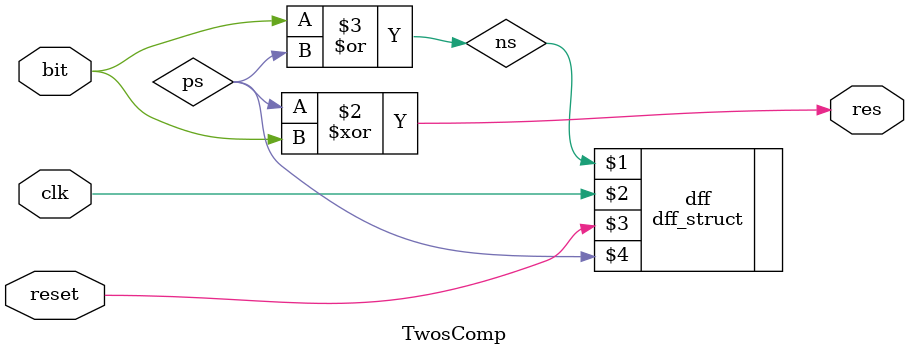
<source format=v>
/*
Assignment 5
Problem no: 2
Semester: 5th
Group: 28
Members: 
Aryan Singh (19CS30007)
Abhinandan De (19CS10069)
*/

`timescale 1ns/1ps

module TwosComp(
        input reset,
        input bit,
        input clk,
        output reg res
    );
    
    wire ps;
    reg ns;
    dff_struct dff(ns, clk, reset, ps);  // to store the state
    always @(*)
    begin
        res <= ps ^ bit; // output logic
        ns <= bit | ps; // next state logic
    end 

endmodule // TwosComplement

// state  encoding description
// A        0           Have not seen 1
// B        1           have seen 1
// NS  Logic 
// PS\Input
//    0   1
// 0  0   1
// 1  1   1
// NS = Input + PS = Input or PS

// Output Logic
// Ps\Input
//    0   1
// 0  0   1  
// 1  1   0
// output = Input*PS' + Input'*PS = Input xor PS
</source>
